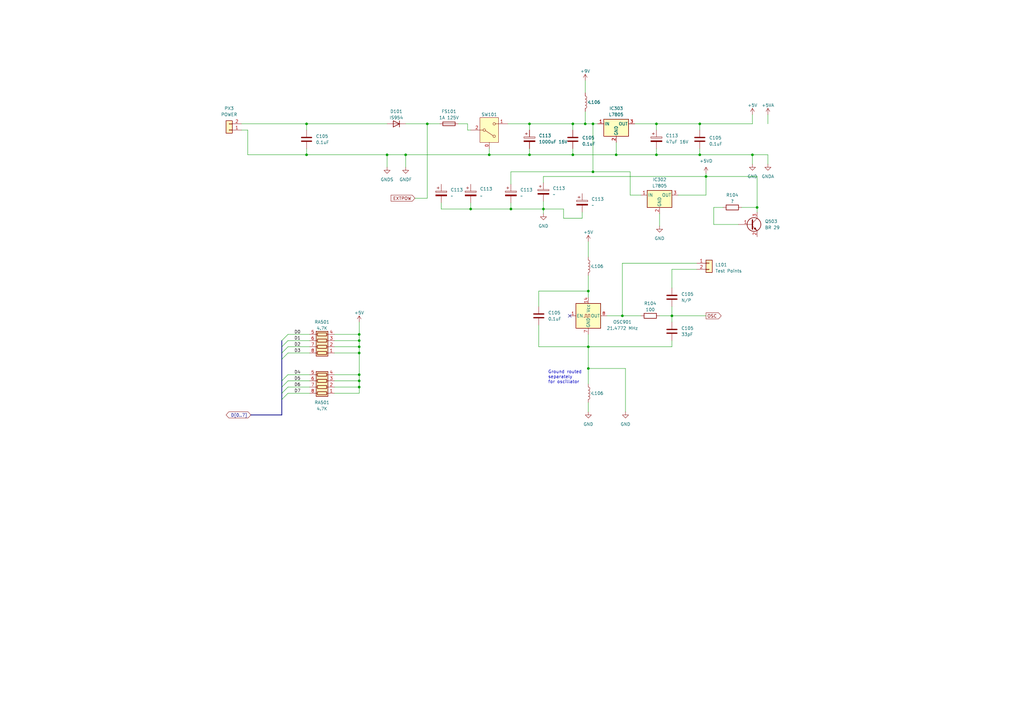
<source format=kicad_sch>
(kicad_sch (version 20230121) (generator eeschema)
  (paper "A3")
  (title_block (title "PC Engine Power, Oscillator and Misc.") (date "2023-08-17") (rev "1.0") (comment 1 "Differences reverse engineered from original PWD-623A board") (comment 2 "Adapted from existing TurboGrafx-16 schematics by Cosam"))
  (lib_symbols
    (symbol "Connector_Generic:Conn_01x02" (pin_names (offset 1.016) hide)
      (property "Reference" "J" (at 0 2.54 0))
      (property "Value" "Conn_01x02" (at 0 -5.08 0))
      (symbol "Conn_01x02_1_1"
        (rectangle (start -1.27 -2.413) (end 0 -2.667) (stroke (width 0.1524)))
        (rectangle (start -1.27 0.127) (end 0 -0.127) (stroke (width 0.1524)))
        (rectangle (start -1.27 1.27) (end 1.27 -3.81) (stroke (width 0.254)) (fill (type background)))
        (pin passive line (at -5.08 0 0) (length 3.81) (name "Pin_1") (number "1"))
        (pin passive line (at -5.08 -2.54 0) (length 3.81) (name "Pin_2") (number "2"))
      )
    )
    (symbol "Device:C" (pin_numbers hide) (pin_names (offset 0.254))
      (property "Reference" "C" (at 0.635 2.54 0))
      (property "Value" "C" (at 0.635 -2.54 0))
      (symbol "C_0_1"
        (polyline (pts (xy -2.032 -0.762) (xy 2.032 -0.762)) (stroke (width 0.508)))
        (polyline (pts (xy -2.032 0.762) (xy 2.032 0.762)) (stroke (width 0.508)))
      )
      (symbol "C_1_1"
        (pin passive line (at 0 3.81 270) (length 2.794) (name "~") (number "1"))
        (pin passive line (at 0 -3.81 90) (length 2.794) (name "~") (number "2"))
      )
    )
    (symbol "Device:C_Polarized" (pin_numbers hide) (pin_names (offset 0.254))
      (property "Reference" "C" (at 0.635 2.54 0))
      (property "Value" "C_Polarized" (at 0.635 -2.54 0))
      (symbol "C_Polarized_0_1"
        (rectangle (start -2.286 0.508) (end 2.286 1.016))
        (polyline (pts (xy -1.778 2.286) (xy -0.762 2.286)))
        (polyline (pts (xy -1.27 2.794) (xy -1.27 1.778)))
        (rectangle (start 2.286 -0.508) (end -2.286 -1.016) (fill (type outline)))
      )
      (symbol "C_Polarized_1_1"
        (pin passive line (at 0 3.81 270) (length 2.794) (name "~") (number "1"))
        (pin passive line (at 0 -3.81 90) (length 2.794) (name "~") (number "2"))
      )
    )
    (symbol "Device:D" (pin_numbers hide) (pin_names (offset 1.016) hide)
      (property "Reference" "D" (at 0 2.54 0))
      (property "Value" "D" (at 0 -2.54 0))
      (symbol "D_0_1"
        (polyline (pts (xy -1.27 1.27) (xy -1.27 -1.27)) (stroke (width 0.254)))
        (polyline (pts (xy 1.27 0) (xy -1.27 0)))
        (polyline (pts (xy 1.27 1.27) (xy 1.27 -1.27) (xy -1.27 0) (xy 1.27 1.27)) (stroke (width 0.254)))
      )
      (symbol "D_1_1"
        (pin passive line (at -3.81 0 0) (length 2.54) (name "K") (number "1"))
        (pin passive line (at 3.81 0 180) (length 2.54) (name "A") (number "2"))
      )
    )
    (symbol "Device:Fuse" (pin_numbers hide) (pin_names (offset 0))
      (property "Reference" "F" (at 2.032 0 90))
      (property "Value" "Fuse" (at -1.905 0 90))
      (symbol "Fuse_0_1"
        (rectangle (start -0.762 -2.54) (end 0.762 2.54) (stroke (width 0.254)))
        (polyline (pts (xy 0 2.54) (xy 0 -2.54)))
      )
      (symbol "Fuse_1_1"
        (pin passive line (at 0 3.81 270) (length 1.27) (name "~") (number "1"))
        (pin passive line (at 0 -3.81 90) (length 1.27) (name "~") (number "2"))
      )
    )
    (symbol "Device:L" (pin_numbers hide) (pin_names (offset 1.016) hide)
      (property "Reference" "L" (at -1.27 0 90))
      (property "Value" "L" (at 1.905 0 90))
      (symbol "L_0_1"
        (arc (start 0 -2.54) (mid 0.6323 -1.905) (end 0 -1.27))
        (arc (start 0 -1.27) (mid 0.6323 -0.635) (end 0 0))
        (arc (start 0 0) (mid 0.6323 0.635) (end 0 1.27))
        (arc (start 0 1.27) (mid 0.6323 1.905) (end 0 2.54))
      )
      (symbol "L_1_1"
        (pin passive line (at 0 3.81 270) (length 1.27) (name "1") (number "1"))
        (pin passive line (at 0 -3.81 90) (length 1.27) (name "2") (number "2"))
      )
    )
    (symbol "Device:Q_NPN_BEC" (pin_names (offset 0) hide)
      (property "Reference" "Q" (at 5.08 1.27 0))
      (property "Value" "Q_NPN_BEC" (at 5.08 -1.27 0))
      (symbol "Q_NPN_BEC_0_1"
        (polyline (pts (xy 0.635 0.635) (xy 2.54 2.54)))
        (polyline (pts (xy 0.635 -0.635) (xy 2.54 -2.54) (xy 2.54 -2.54)))
        (polyline (pts (xy 0.635 1.905) (xy 0.635 -1.905) (xy 0.635 -1.905)) (stroke (width 0.508)))
        (polyline (pts (xy 1.27 -1.778) (xy 1.778 -1.27) (xy 2.286 -2.286) (xy 1.27 -1.778) (xy 1.27 -1.778)) (fill (type outline)))
        (circle (center 1.27 0) (radius 2.8194) (stroke (width 0.254)))
      )
      (symbol "Q_NPN_BEC_1_1"
        (pin input line (at -5.08 0 0) (length 5.715) (name "B") (number "1"))
        (pin passive line (at 2.54 -5.08 90) (length 2.54) (name "E") (number "2"))
        (pin passive line (at 2.54 5.08 270) (length 2.54) (name "C") (number "3"))
      )
    )
    (symbol "Device:R" (pin_numbers hide) (pin_names (offset 0))
      (property "Reference" "R" (at 2.032 0 90))
      (property "Value" "R" (at 0 0 90))
      (symbol "R_0_1"
        (rectangle (start -1.016 -2.54) (end 1.016 2.54) (stroke (width 0.254)))
      )
      (symbol "R_1_1"
        (pin passive line (at 0 3.81 270) (length 1.27) (name "~") (number "1"))
        (pin passive line (at 0 -3.81 90) (length 1.27) (name "~") (number "2"))
      )
    )
    (symbol "Device:R_Pack04" (pin_names (offset 0) hide)
      (property "Reference" "RN" (at -7.62 0 90))
      (property "Value" "R_Pack04" (at 5.08 0 90))
      (symbol "R_Pack04_0_1"
        (rectangle (start -6.35 -2.413) (end 3.81 2.413) (stroke (width 0.254)) (fill (type background)))
        (rectangle (start -5.715 1.905) (end -4.445 -1.905) (stroke (width 0.254)))
        (rectangle (start -3.175 1.905) (end -1.905 -1.905) (stroke (width 0.254)))
        (rectangle (start -0.635 1.905) (end 0.635 -1.905) (stroke (width 0.254)))
        (polyline (pts (xy -5.08 -2.54) (xy -5.08 -1.905)))
        (polyline (pts (xy -5.08 1.905) (xy -5.08 2.54)))
        (polyline (pts (xy -2.54 -2.54) (xy -2.54 -1.905)))
        (polyline (pts (xy -2.54 1.905) (xy -2.54 2.54)))
        (polyline (pts (xy 0 -2.54) (xy 0 -1.905)))
        (polyline (pts (xy 0 1.905) (xy 0 2.54)))
        (polyline (pts (xy 2.54 -2.54) (xy 2.54 -1.905)))
        (polyline (pts (xy 2.54 1.905) (xy 2.54 2.54)))
        (rectangle (start 1.905 1.905) (end 3.175 -1.905) (stroke (width 0.254)))
      )
      (symbol "R_Pack04_1_1"
        (pin passive line (at -5.08 -5.08 90) (length 2.54) (name "R1.1") (number "1"))
        (pin passive line (at -2.54 -5.08 90) (length 2.54) (name "R2.1") (number "2"))
        (pin passive line (at 0 -5.08 90) (length 2.54) (name "R3.1") (number "3"))
        (pin passive line (at 2.54 -5.08 90) (length 2.54) (name "R4.1") (number "4"))
        (pin passive line (at 2.54 5.08 270) (length 2.54) (name "R4.2") (number "5"))
        (pin passive line (at 0 5.08 270) (length 2.54) (name "R3.2") (number "6"))
        (pin passive line (at -2.54 5.08 270) (length 2.54) (name "R2.2") (number "7"))
        (pin passive line (at -5.08 5.08 270) (length 2.54) (name "R1.2") (number "8"))
      )
    )
    (symbol "Oscillator:CXO_DIP14" (pin_names (offset 0.254))
      (property "Reference" "X" (at -5.08 6.35 0))
      (property "Value" "CXO_DIP14" (at 1.27 -6.35 0))
      (symbol "CXO_DIP14_0_1"
        (rectangle (start -5.08 5.08) (end 5.08 -5.08) (stroke (width 0.254)) (fill (type background)))
        (polyline (pts (xy -1.905 -0.635) (xy -1.27 -0.635) (xy -1.27 0.635) (xy -0.635 0.635) (xy -0.635 -0.635) (xy 0 -0.635) (xy 0 0.635) (xy 0.635 0.635) (xy 0.635 -0.635)))
      )
      (symbol "CXO_DIP14_1_1"
        (pin input line (at -7.62 0 0) (length 2.54) (name "EN") (number "1"))
        (pin power_in line (at 0 7.62 270) (length 2.54) (name "Vcc") (number "14"))
        (pin power_in line (at 0 -7.62 90) (length 2.54) (name "GND") (number "7"))
        (pin output line (at 7.62 0 180) (length 2.54) (name "OUT") (number "8"))
      )
    )
    (symbol "PC-Engine:GNDF" (power) (pin_names (offset 0))
      (property "Value" "GNDF" (at 0 -3.81 0))
      (symbol "GNDF_0_1"
        (polyline (pts (xy 0 0) (xy 0 -1.27) (xy 1.27 -1.27) (xy 0 -2.54) (xy -1.27 -1.27) (xy 0 -1.27)))
      )
      (symbol "GNDF_1_1"
        (pin power_in line (at 0 0 270) (length 0) hide (name "GNDF") (number "1"))
      )
    )
    (symbol "PC-Engine:SW_SPDT" (pin_names (offset 0) hide)
      (property "Reference" "SW" (at 0 6.35 0))
      (property "Value" "SW_SPDT" (at 8.89 -6.35 0))
      (symbol "SW_SPDT_0_0"
        (circle (center -2.032 0) (radius 0.508))
      )
      (symbol "SW_SPDT_0_1"
        (polyline (pts (xy -1.524 -0.254) (xy 1.524 -2.286)))
        (circle (center 2.032 2.54) (radius 0.508))
      )
      (symbol "SW_SPDT_1_0"
        (circle (center 2.032 -2.54) (radius 0.508) (fill (type background)))
      )
      (symbol "SW_SPDT_1_1"
        (rectangle (start -3.81 5.08) (end 3.81 -5.08) (fill (type background)))
        (pin passive line (at 0 -7.62 90) (length 2.54) (name "CASE") (number "0"))
        (pin passive line (at 7.62 2.54 180) (length 5.08) (name "A") (number "1"))
        (pin passive line (at -7.62 0 0) (length 5.08) (name "B") (number "2"))
      )
    )
    (symbol "Regulator_Linear:L7805" (pin_names (offset 0.254))
      (property "Reference" "U" (at -3.81 3.175 0))
      (property "Value" "L7805" (at 0 3.175 0))
      (symbol "L7805_0_1"
        (rectangle (start -5.08 1.905) (end 5.08 -5.08) (stroke (width 0.254)) (fill (type background)))
      )
      (symbol "L7805_1_1"
        (pin power_in line (at -7.62 0 0) (length 2.54) (name "IN") (number "1"))
        (pin power_in line (at 0 -7.62 90) (length 2.54) (name "GND") (number "2"))
        (pin power_out line (at 7.62 0 180) (length 2.54) (name "OUT") (number "3"))
      )
    )
    (symbol "power:+5V" (power) (pin_names (offset 0))
      (property "Value" "+5V" (at 0 3.556 0))
      (symbol "+5V_0_1"
        (polyline (pts (xy -0.762 1.27) (xy 0 2.54)))
        (polyline (pts (xy 0 0) (xy 0 2.54)))
        (polyline (pts (xy 0 2.54) (xy 0.762 1.27)))
      )
      (symbol "+5V_1_1"
        (pin power_in line (at 0 0 90) (length 0) hide (name "+5V") (number "1"))
      )
    )
    (symbol "power:+5VA" (power) (pin_names (offset 0))
      (property "Value" "+5VA" (at 0 3.556 0))
      (symbol "+5VA_0_1"
        (polyline (pts (xy -0.762 1.27) (xy 0 2.54)))
        (polyline (pts (xy 0 0) (xy 0 2.54)))
        (polyline (pts (xy 0 2.54) (xy 0.762 1.27)))
      )
      (symbol "+5VA_1_1"
        (pin power_in line (at 0 0 90) (length 0) hide (name "+5VA") (number "1"))
      )
    )
    (symbol "power:+5VD" (power) (pin_names (offset 0))
      (property "Value" "+5VD" (at 0 3.556 0))
      (symbol "+5VD_0_1"
        (polyline (pts (xy -0.762 1.27) (xy 0 2.54)))
        (polyline (pts (xy 0 0) (xy 0 2.54)))
        (polyline (pts (xy 0 2.54) (xy 0.762 1.27)))
      )
      (symbol "+5VD_1_1"
        (pin power_in line (at 0 0 90) (length 0) hide (name "+5VD") (number "1"))
      )
    )
    (symbol "power:+9V" (power) (pin_names (offset 0))
      (property "Value" "+9V" (at 0 3.556 0))
      (symbol "+9V_0_1"
        (polyline (pts (xy -0.762 1.27) (xy 0 2.54)))
        (polyline (pts (xy 0 0) (xy 0 2.54)))
        (polyline (pts (xy 0 2.54) (xy 0.762 1.27)))
      )
      (symbol "+9V_1_1"
        (pin power_in line (at 0 0 90) (length 0) hide (name "+9V") (number "1"))
      )
    )
    (symbol "power:GND" (power) (pin_names (offset 0))
      (property "Value" "GND" (at 0 -3.81 0))
      (symbol "GND_0_1"
        (polyline (pts (xy 0 0) (xy 0 -1.27) (xy 1.27 -1.27) (xy 0 -2.54) (xy -1.27 -1.27) (xy 0 -1.27)))
      )
      (symbol "GND_1_1"
        (pin power_in line (at 0 0 270) (length 0) hide (name "GND") (number "1"))
      )
    )
    (symbol "power:GNDA" (power) (pin_names (offset 0))
      (property "Value" "GNDA" (at 0 -3.81 0))
      (symbol "GNDA_0_1"
        (polyline (pts (xy 0 0) (xy 0 -1.27) (xy 1.27 -1.27) (xy 0 -2.54) (xy -1.27 -1.27) (xy 0 -1.27)))
      )
      (symbol "GNDA_1_1"
        (pin power_in line (at 0 0 270) (length 0) hide (name "GNDA") (number "1"))
      )
    )
    (symbol "power:GNDS" (power) (pin_names (offset 0))
      (property "Value" "GNDS" (at 0 -3.81 0))
      (symbol "GNDS_0_1"
        (polyline (pts (xy 0 0) (xy 0 -1.27) (xy 1.27 -1.27) (xy 0 -2.54) (xy -1.27 -1.27) (xy 0 -1.27)))
      )
      (symbol "GNDS_1_1"
        (pin power_in line (at 0 0 270) (length 0) hide (name "GNDS") (number "1"))
      )
    )
  )
  (junction (at 255.27 129.54))
  (junction (at 147.32 142.24))
  (junction (at 269.24 63.5))
  (junction (at 158.75 63.5))
  (junction (at 234.95 50.8))
  (junction (at 234.95 63.5))
  (junction (at 241.3 142.24))
  (junction (at 125.73 50.8))
  (junction (at 243.205 50.8))
  (junction (at 125.73 63.5))
  (junction (at 287.02 63.5))
  (junction (at 289.56 72.39))
  (junction (at 175.26 50.8))
  (junction (at 147.32 144.78))
  (junction (at 209.55 85.725))
  (junction (at 193.04 85.725))
  (junction (at 147.32 139.7))
  (junction (at 200.66 63.5))
  (junction (at 147.32 158.75))
  (junction (at 275.59 129.54))
  (junction (at 147.32 156.21))
  (junction (at 217.17 63.5))
  (junction (at 269.24 50.8))
  (junction (at 252.73 63.5))
  (junction (at 241.3 119.38))
  (junction (at 147.32 137.16))
  (junction (at 310.515 85.09))
  (junction (at 166.37 63.5))
  (junction (at 243.205 70.485))
  (junction (at 147.32 153.67))
  (junction (at 222.885 85.725))
  (junction (at 241.3 151.13))
  (junction (at 287.02 50.8))
  (junction (at 240.03 50.8))
  (junction (at 308.61 63.5))
  (junction (at 217.17 50.8))
  (no_connect (at 233.68 129.54))
  (bus_entry (at 118.11 158.75) (size -2.54 2.54))
  (bus_entry (at 118.11 161.29) (size -2.54 2.54))
  (bus_entry (at 118.11 142.24) (size -2.54 2.54))
  (bus_entry (at 118.11 137.16) (size -2.54 2.54))
  (bus_entry (at 118.11 153.67) (size -2.54 2.54))
  (bus_entry (at 118.11 156.21) (size -2.54 2.54))
  (bus_entry (at 118.11 139.7) (size -2.54 2.54))
  (bus_entry (at 118.11 144.78) (size -2.54 2.54))
  (wire (pts (xy 292.735 85.09) (xy 296.545 85.09)))
  (wire (pts (xy 240.03 50.8) (xy 243.205 50.8)))
  (wire (pts (xy 241.3 119.38) (xy 241.3 121.92)))
  (wire (pts (xy 166.37 63.5) (xy 166.37 68.58)))
  (wire (pts (xy 234.95 50.8) (xy 234.95 53.34)))
  (wire (pts (xy 147.32 156.21) (xy 147.32 158.75)))
  (wire (pts (xy 101.6 53.34) (xy 101.6 63.5)))
  (wire (pts (xy 137.16 142.24) (xy 147.32 142.24)))
  (wire (pts (xy 314.96 50.8) (xy 314.96 46.99)))
  (wire (pts (xy 147.32 137.16) (xy 147.32 139.7)))
  (wire (pts (xy 241.3 165.1) (xy 241.3 168.91)))
  (wire (pts (xy 222.885 85.725) (xy 222.885 82.55)))
  (wire (pts (xy 269.24 50.8) (xy 287.02 50.8)))
  (wire (pts (xy 275.59 110.49) (xy 275.59 118.11)))
  (wire (pts (xy 137.16 156.21) (xy 147.32 156.21)))
  (wire (pts (xy 209.55 70.485) (xy 243.205 70.485)))
  (wire (pts (xy 240.03 33.02) (xy 240.03 38.1)))
  (bus (pts (xy 115.57 161.29) (xy 115.57 163.83)))
  (wire (pts (xy 285.75 107.95) (xy 255.27 107.95)))
  (wire (pts (xy 248.92 129.54) (xy 255.27 129.54)))
  (wire (pts (xy 127 153.67) (xy 118.11 153.67)))
  (wire (pts (xy 241.3 151.13) (xy 241.3 157.48)))
  (wire (pts (xy 287.02 63.5) (xy 287.02 60.96)))
  (bus (pts (xy 115.57 156.21) (xy 115.57 158.75)))
  (wire (pts (xy 127 137.16) (xy 118.11 137.16)))
  (wire (pts (xy 180.975 85.725) (xy 193.04 85.725)))
  (wire (pts (xy 125.73 60.96) (xy 125.73 63.5)))
  (wire (pts (xy 209.55 85.725) (xy 222.885 85.725)))
  (wire (pts (xy 256.54 151.13) (xy 241.3 151.13)))
  (wire (pts (xy 209.55 75.565) (xy 209.55 70.485)))
  (wire (pts (xy 137.16 137.16) (xy 147.32 137.16)))
  (wire (pts (xy 125.73 63.5) (xy 158.75 63.5)))
  (wire (pts (xy 260.35 50.8) (xy 269.24 50.8)))
  (wire (pts (xy 99.06 53.34) (xy 101.6 53.34)))
  (wire (pts (xy 193.04 85.725) (xy 209.55 85.725)))
  (bus (pts (xy 102.87 170.18) (xy 115.57 170.18)))
  (wire (pts (xy 310.515 85.09) (xy 310.515 72.39)))
  (bus (pts (xy 115.57 142.24) (xy 115.57 144.78)))
  (wire (pts (xy 222.885 85.725) (xy 222.885 87.63)))
  (wire (pts (xy 125.73 50.8) (xy 158.75 50.8)))
  (wire (pts (xy 308.61 63.5) (xy 314.96 63.5)))
  (wire (pts (xy 222.885 72.39) (xy 222.885 74.93)))
  (wire (pts (xy 217.17 50.8) (xy 234.95 50.8)))
  (wire (pts (xy 220.98 119.38) (xy 220.98 125.73)))
  (wire (pts (xy 137.16 158.75) (xy 147.32 158.75)))
  (wire (pts (xy 220.98 142.24) (xy 241.3 142.24)))
  (wire (pts (xy 241.3 99.06) (xy 241.3 105.41)))
  (wire (pts (xy 158.75 63.5) (xy 158.75 68.58)))
  (wire (pts (xy 147.32 132.08) (xy 147.32 137.16)))
  (wire (pts (xy 287.02 50.8) (xy 287.02 53.34)))
  (wire (pts (xy 193.04 85.725) (xy 193.04 83.185)))
  (bus (pts (xy 115.57 158.75) (xy 115.57 161.29)))
  (wire (pts (xy 308.61 50.8) (xy 308.61 46.99)))
  (wire (pts (xy 191.77 53.34) (xy 193.04 53.34)))
  (wire (pts (xy 209.55 83.185) (xy 209.55 85.725)))
  (wire (pts (xy 241.3 142.24) (xy 241.3 151.13)))
  (wire (pts (xy 200.66 60.96) (xy 200.66 63.5)))
  (bus (pts (xy 115.57 163.83) (xy 115.57 170.18)))
  (wire (pts (xy 175.26 50.8) (xy 180.34 50.8)))
  (wire (pts (xy 137.16 161.29) (xy 147.32 161.29)))
  (wire (pts (xy 289.56 71.12) (xy 289.56 72.39)))
  (wire (pts (xy 270.51 129.54) (xy 275.59 129.54)))
  (wire (pts (xy 220.98 142.24) (xy 220.98 133.35)))
  (wire (pts (xy 166.37 50.8) (xy 175.26 50.8)))
  (wire (pts (xy 243.205 50.8) (xy 243.205 70.485)))
  (wire (pts (xy 158.75 63.5) (xy 166.37 63.5)))
  (wire (pts (xy 256.54 151.13) (xy 256.54 168.91)))
  (wire (pts (xy 191.77 53.34) (xy 191.77 50.8)))
  (wire (pts (xy 147.32 142.24) (xy 147.32 144.78)))
  (wire (pts (xy 118.11 161.29) (xy 127 161.29)))
  (wire (pts (xy 275.59 129.54) (xy 289.56 129.54)))
  (wire (pts (xy 231.14 89.535) (xy 238.76 89.535)))
  (wire (pts (xy 222.885 85.725) (xy 231.14 85.725)))
  (wire (pts (xy 275.59 129.54) (xy 275.59 132.08)))
  (bus (pts (xy 115.57 147.32) (xy 115.57 156.21)))
  (wire (pts (xy 252.73 63.5) (xy 252.73 58.42)))
  (wire (pts (xy 287.02 63.5) (xy 308.61 63.5)))
  (wire (pts (xy 234.95 50.8) (xy 240.03 50.8)))
  (wire (pts (xy 118.11 156.21) (xy 127 156.21)))
  (wire (pts (xy 137.16 153.67) (xy 147.32 153.67)))
  (wire (pts (xy 166.37 63.5) (xy 200.66 63.5)))
  (wire (pts (xy 125.73 50.8) (xy 125.73 53.34)))
  (wire (pts (xy 118.11 144.78) (xy 127 144.78)))
  (wire (pts (xy 208.28 50.8) (xy 217.17 50.8)))
  (wire (pts (xy 147.32 144.78) (xy 147.32 153.67)))
  (wire (pts (xy 289.56 72.39) (xy 222.885 72.39)))
  (wire (pts (xy 241.3 137.16) (xy 241.3 142.24)))
  (wire (pts (xy 217.17 50.8) (xy 217.17 53.34)))
  (wire (pts (xy 243.205 70.485) (xy 258.445 70.485)))
  (wire (pts (xy 270.51 87.63) (xy 270.51 92.71)))
  (wire (pts (xy 258.445 70.485) (xy 258.445 80.01)))
  (wire (pts (xy 118.11 158.75) (xy 127 158.75)))
  (wire (pts (xy 278.13 80.01) (xy 289.56 80.01)))
  (wire (pts (xy 252.73 63.5) (xy 269.24 63.5)))
  (wire (pts (xy 269.24 50.8) (xy 269.24 53.34)))
  (wire (pts (xy 241.3 119.38) (xy 220.98 119.38)))
  (wire (pts (xy 231.14 85.725) (xy 231.14 89.535)))
  (wire (pts (xy 200.66 63.5) (xy 217.17 63.5)))
  (wire (pts (xy 289.56 80.01) (xy 289.56 72.39)))
  (wire (pts (xy 175.26 81.28) (xy 170.18 81.28)))
  (wire (pts (xy 147.32 158.75) (xy 147.32 161.29)))
  (wire (pts (xy 118.11 142.24) (xy 127 142.24)))
  (wire (pts (xy 217.17 63.5) (xy 234.95 63.5)))
  (wire (pts (xy 175.26 50.8) (xy 175.26 81.28)))
  (wire (pts (xy 191.77 50.8) (xy 187.96 50.8)))
  (wire (pts (xy 234.95 63.5) (xy 252.73 63.5)))
  (wire (pts (xy 310.515 85.09) (xy 310.515 86.995)))
  (wire (pts (xy 99.06 50.8) (xy 125.73 50.8)))
  (wire (pts (xy 302.895 92.075) (xy 292.735 92.075)))
  (wire (pts (xy 240.03 45.72) (xy 240.03 50.8)))
  (wire (pts (xy 137.16 139.7) (xy 147.32 139.7)))
  (wire (pts (xy 238.76 89.535) (xy 238.76 86.995)))
  (wire (pts (xy 147.32 153.67) (xy 147.32 156.21)))
  (wire (pts (xy 269.24 63.5) (xy 269.24 60.96)))
  (wire (pts (xy 304.165 85.09) (xy 310.515 85.09)))
  (wire (pts (xy 275.59 139.7) (xy 275.59 142.24)))
  (wire (pts (xy 275.59 142.24) (xy 241.3 142.24)))
  (bus (pts (xy 115.57 139.7) (xy 115.57 142.24)))
  (wire (pts (xy 180.975 83.185) (xy 180.975 85.725)))
  (wire (pts (xy 147.32 139.7) (xy 147.32 142.24)))
  (wire (pts (xy 314.96 63.5) (xy 314.96 67.31)))
  (wire (pts (xy 118.11 139.7) (xy 127 139.7)))
  (wire (pts (xy 287.02 50.8) (xy 308.61 50.8)))
  (wire (pts (xy 275.59 125.73) (xy 275.59 129.54)))
  (bus (pts (xy 115.57 144.78) (xy 115.57 147.32)))
  (wire (pts (xy 234.95 63.5) (xy 234.95 60.96)))
  (wire (pts (xy 255.27 107.95) (xy 255.27 129.54)))
  (wire (pts (xy 285.75 110.49) (xy 275.59 110.49)))
  (wire (pts (xy 269.24 63.5) (xy 287.02 63.5)))
  (wire (pts (xy 243.205 50.8) (xy 245.11 50.8)))
  (wire (pts (xy 308.61 63.5) (xy 308.61 67.31)))
  (wire (pts (xy 258.445 80.01) (xy 262.89 80.01)))
  (wire (pts (xy 217.17 63.5) (xy 217.17 60.96)))
  (wire (pts (xy 101.6 63.5) (xy 125.73 63.5)))
  (wire (pts (xy 310.515 72.39) (xy 289.56 72.39)))
  (wire (pts (xy 292.735 92.075) (xy 292.735 85.09)))
  (wire (pts (xy 137.16 144.78) (xy 147.32 144.78)))
  (wire (pts (xy 241.3 113.03) (xy 241.3 119.38)))
  (wire (pts (xy 255.27 129.54) (xy 262.89 129.54)))
  (text "Ground routed\nseparately\nfor oscillator" (at 224.79 157.48 0) (effects (font (size 1.27 1.27)) (justify left bottom)))
  (label "D3" (at 120.65 144.78 0))
  (label "D6" (at 120.65 158.75 0))
  (label "D1" (at 120.65 139.7 0))
  (label "D2" (at 120.65 142.24 0))
  (label "D7" (at 120.65 161.29 0))
  (label "D4" (at 120.65 153.67 0))
  (label "D5" (at 120.65 156.21 0))
  (label "D0" (at 120.65 137.16 0))
  (global_label "D[0..7]" (shape bidirectional) (at 102.87 170.18 180) (property "Intersheetrefs" "${INTERSHEET_REFS}" (effects hide)))
  (global_label "OSC" (shape output) (at 289.56 129.54 0) (property "Intersheetrefs" "${INTERSHEET_REFS}" (effects hide)))
  (global_label "EXTPOW" (shape input) (at 170.18 81.28 180) (property "Intersheetrefs" "${INTERSHEET_REFS}" (effects hide)))
  (symbol (lib_id "power:GND") (at 256.54 168.91 0) (unit 1)
    (property "Reference" "#PWR013" (effects hide))
    (property "Value" "GND" (at 256.54 173.99 0))
    (instances (project "PCE" (path "" (reference "#PWR013") (unit 1)) (path "" (reference "#PWR027") (unit 1)) (path "" (reference "#PWR08") (unit 1))))
  )
  (symbol (lib_id "power:GND") (at 241.3 168.91 0) (unit 1)
    (property "Reference" "#PWR013" (effects hide))
    (property "Value" "GND" (at 241.3 173.99 0))
    (instances (project "PCE" (path "" (reference "#PWR013") (unit 1)) (path "" (reference "#PWR027") (unit 1)) (path "" (reference "#PWR048") (unit 1))))
  )
  (symbol (lib_id "Device:C") (at 287.02 57.15 0) (unit 1)
    (property "Reference" "C105" (at 290.83 56.515 0) (effects (justify left)))
    (property "Value" "0.1uF" (at 290.83 59.055 0) (effects (justify left)))
    (property "Footprint" "Capacitor_SMD:C_0805_2012Metric" (effects hide))
    (instances (project "PCE" (path "" (reference "C105") (unit 1)) (path "" (reference "C124") (unit 1)) (path "" (reference "C133") (unit 1)) (path "" (reference "C118") (unit 1))))
  )
  (symbol (lib_id "power:GND") (at 270.51 92.71 0) (unit 1)
    (property "Reference" "#PWR013" (effects hide))
    (property "Value" "GND" (at 270.51 97.79 0))
    (instances (project "PCE" (path "" (reference "#PWR013") (unit 1)) (path "" (reference "#PWR027") (unit 1)) (path "" (reference "#PWR095") (unit 1))))
  )
  (symbol (lib_id "power:GND") (at 308.61 67.31 0) (unit 1)
    (property "Reference" "#PWR013" (effects hide))
    (property "Value" "GND" (at 308.61 72.39 0))
    (instances (project "PCE" (path "" (reference "#PWR013") (unit 1)) (path "" (reference "#PWR027") (unit 1)) (path "" (reference "#PWR041") (unit 1))))
  )
  (symbol (lib_id "Device:C_Polarized") (at 222.885 78.74 0) (unit 1)
    (property "Reference" "C113" (at 226.695 77.216 0) (effects (justify left)))
    (property "Value" "~" (at 226.695 79.756 0) (effects (justify left)))
    (property "Footprint" "A-PCENGINE:Elec_P5.00mm" (effects hide))
    (instances (project "PCE" (path "" (reference "C113") (unit 1)) (path "" (reference "C310") (unit 1))))
  )
  (symbol (lib_id "Regulator_Linear:L7805") (at 252.73 50.8 0) (unit 1)
    (property "Reference" "IC303" (at 252.73 44.45 0))
    (property "Value" "L7805" (at 252.73 46.99 0))
    (property "Footprint" "Connector_PinHeader_2.54mm:PinHeader_1x03_P2.54mm_Vertical" (effects hide))
    (property "Datasheet" "http://www.st.com/content/ccc/resource/technical/document/datasheet/41/4f/b3/b0/12/d4/47/88/CD00000444.pdf/files/CD00000444.pdf/jcr:content/translations/en.CD00000444.pdf" (effects hide))
  )
  (symbol (lib_id "Device:C_Polarized") (at 217.17 57.15 0) (unit 1)
    (property "Reference" "C113" (at 220.98 55.626 0) (effects (justify left)))
    (property "Value" "1000uF 16V" (at 220.98 58.166 0) (effects (justify left)))
    (property "Footprint" "A-PCENGINE:Elec_P5.00mm" (effects hide))
    (instances (project "PCE" (path "" (reference "C113") (unit 1)) (path "" (reference "C301") (unit 1))))
  )
  (symbol (lib_id "power:+5V") (at 241.3 99.06 0) (unit 1)
    (property "Reference" "#PWR026" (effects hide))
    (property "Value" "+5V" (at 241.3 95.25 0))
    (instances (project "PCE" (path "" (reference "#PWR026") (unit 1)) (path "" (reference "#PWR047") (unit 1))))
  )
  (symbol (lib_id "Device:C") (at 275.59 135.89 0) (unit 1)
    (property "Reference" "C105" (at 279.4 134.62 0) (effects (justify left)))
    (property "Value" "33pF" (at 279.4 137.16 0) (effects (justify left)))
    (property "Footprint" "Capacitor_SMD:C_0805_2012Metric" (effects hide))
    (instances (project "PCE" (path "" (reference "C105") (unit 1)) (path "" (reference "C124") (unit 1)) (path "" (reference "C133") (unit 1)) (path "" (reference "C946") (unit 1))))
  )
  (symbol (lib_id "power:+5VD") (at 289.56 71.12 0) (unit 1)
    (property "Reference" "#PWR088" (effects hide))
    (property "Value" "+5VD" (at 289.56 66.04 0))
  )
  (symbol (lib_id "Device:C") (at 234.95 57.15 0) (unit 1)
    (property "Reference" "C105" (at 238.76 56.515 0) (effects (justify left)))
    (property "Value" "0.1uF" (at 238.76 59.055 0) (effects (justify left)))
    (property "Footprint" "Capacitor_SMD:C_0805_2012Metric" (effects hide))
    (instances (project "PCE" (path "" (reference "C105") (unit 1)) (path "" (reference "C124") (unit 1)) (path "" (reference "C133") (unit 1)) (path "" (reference "C147") (unit 1))))
  )
  (symbol (lib_id "power:GNDS") (at 158.75 68.58 0) (unit 1)
    (property "Reference" "#PWR044" (effects hide))
    (property "Value" "GNDS" (at 158.75 73.66 0))
  )
  (symbol (lib_id "Device:C_Polarized") (at 180.975 79.375 0) (unit 1)
    (property "Reference" "C113" (at 184.785 77.851 0) (effects (justify left)))
    (property "Value" "~" (at 184.785 80.391 0) (effects (justify left)))
    (property "Footprint" "A-PCENGINE:Elec_P5.00mm" (effects hide))
    (instances (project "PCE" (path "" (reference "C113") (unit 1)) (path "" (reference "C305") (unit 1))))
  )
  (symbol (lib_id "Oscillator:CXO_DIP14") (at 241.3 129.54 0) (unit 1)
    (property "Reference" "OSC901" (at 255.27 132.08 0))
    (property "Value" "21.4772 MHz" (at 255.27 134.62 0))
    (property "Footprint" "A-PCENGINE:Oscillator" (effects hide))
    (property "Datasheet" "http://cdn-reichelt.de/documents/datenblatt/B400/OSZI.pdf" (effects hide))
  )
  (symbol (lib_id "power:+5V") (at 147.32 132.08 0) (unit 1)
    (property "Reference" "#PWR026" (effects hide))
    (property "Value" "+5V" (at 147.32 128.27 0))
    (instances (project "PCE" (path "" (reference "#PWR026") (unit 1)) (path "" (reference "#PWR067") (unit 1))))
  )
  (symbol (lib_id "Device:C") (at 275.59 121.92 0) (unit 1)
    (property "Reference" "C105" (at 279.4 120.65 0) (effects (justify left)))
    (property "Value" "N/P" (at 279.4 123.19 0) (effects (justify left)))
    (property "Footprint" "Capacitor_SMD:C_0805_2012Metric" (effects hide))
    (instances (project "PCE" (path "" (reference "C105") (unit 1)) (path "" (reference "C124") (unit 1)) (path "" (reference "C133") (unit 1)) (path "" (reference "C943") (unit 1))))
  )
  (symbol (lib_id "Device:C_Polarized") (at 238.76 83.185 0) (unit 1)
    (property "Reference" "C113" (at 242.57 81.661 0) (effects (justify left)))
    (property "Value" "~" (at 242.57 84.201 0) (effects (justify left)))
    (property "Footprint" "A-PCENGINE:Elec_P5.00mm" (effects hide))
    (instances (project "PCE" (path "" (reference "C113") (unit 1)) (path "" (reference "C325") (unit 1))))
  )
  (symbol (lib_id "Connector_Generic:Conn_01x02") (at 290.83 107.95 0) (unit 1)
    (property "Reference" "L101" (at 293.37 108.585 0) (effects (justify left)))
    (property "Value" "Test Points" (at 293.37 111.125 0) (effects (justify left)))
    (property "Footprint" "A-PCENGINE:2xTest_Point" (effects hide))
  )
  (symbol (lib_id "Device:R") (at 300.355 85.09 270) (unit 1)
    (property "Reference" "R104" (at 300.355 80.01 90))
    (property "Value" "?" (at 300.355 82.55 90))
    (property "Footprint" "Resistor_SMD:R_0805_2012Metric" (effects hide))
    (instances (project "PCE" (path "" (reference "R104") (unit 1)) (path "" (reference "R113") (unit 1)) (path "" (reference "R309") (unit 1))))
  )
  (symbol (lib_id "Device:D") (at 162.56 50.8 180) (unit 1)
    (property "Reference" "D101" (at 162.56 45.72 0))
    (property "Value" "IS954" (at 162.56 48.26 0))
    (property "Footprint" "A-PCENGINE:Diode" (effects hide))
    (property "Sim.Device" "D" (effects hide))
    (property "Sim.Pins" "1=K 2=A" (effects hide))
    (instances (project "PCE" (path "" (reference "D101") (unit 1)) (path "" (reference "D102") (unit 1))))
  )
  (symbol (lib_id "Device:L") (at 241.3 161.29 0) (unit 1)
    (property "Reference" "L106" (at 245.11 161.29 0))
    (property "Value" "~" (at 242.57 161.29 90))
    (property "Footprint" "A-PCENGINE:L-5.00mm_Small_Silk" (effects hide))
    (instances (project "PCE" (path "" (reference "L106") (unit 1)) (path "" (reference "L105") (unit 1))))
  )
  (symbol (lib_id "Device:Fuse") (at 184.15 50.8 90) (unit 1)
    (property "Reference" "FS101" (at 184.15 45.72 90))
    (property "Value" "1A 125V" (at 184.15 48.26 90))
    (property "Footprint" "A-PCENGINE:Fuse" (effects hide))
  )
  (symbol (lib_id "Device:C") (at 125.73 57.15 0) (unit 1)
    (property "Reference" "C105" (at 129.54 55.88 0) (effects (justify left)))
    (property "Value" "0.1uF" (at 129.54 58.42 0) (effects (justify left)))
    (property "Footprint" "Capacitor_SMD:C_0805_2012Metric" (effects hide))
    (instances (project "PCE" (path "" (reference "C105") (unit 1)) (path "" (reference "C124") (unit 1)) (path "" (reference "C133") (unit 1)) (path "" (reference "C316") (unit 1))))
  )
  (symbol (lib_id "Device:C") (at 220.98 129.54 0) (unit 1)
    (property "Reference" "C105" (at 224.79 128.27 0) (effects (justify left)))
    (property "Value" "0.1uF" (at 224.79 130.81 0) (effects (justify left)))
    (property "Footprint" "Capacitor_SMD:C_0805_2012Metric" (effects hide))
    (instances (project "PCE" (path "" (reference "C105") (unit 1)) (path "" (reference "C124") (unit 1)) (path "" (reference "C133") (unit 1)) (path "" (reference "C942") (unit 1))))
  )
  (symbol (lib_id "Regulator_Linear:L7805") (at 270.51 80.01 0) (unit 1)
    (property "Reference" "IC302" (at 270.51 73.66 0))
    (property "Value" "L7805" (at 270.51 76.2 0))
    (property "Footprint" "Connector_PinHeader_2.54mm:PinHeader_1x03_P2.54mm_Vertical" (effects hide))
    (property "Datasheet" "http://www.st.com/content/ccc/resource/technical/document/datasheet/41/4f/b3/b0/12/d4/47/88/CD00000444.pdf/files/CD00000444.pdf/jcr:content/translations/en.CD00000444.pdf" (effects hide))
  )
  (symbol (lib_id "power:GND") (at 222.885 87.63 0) (unit 1)
    (property "Reference" "#PWR013" (effects hide))
    (property "Value" "GND" (at 222.885 92.71 0))
    (instances (project "PCE" (path "" (reference "#PWR013") (unit 1)) (path "" (reference "#PWR027") (unit 1)) (path "" (reference "#PWR046") (unit 1))))
  )
  (symbol (lib_id "Device:C_Polarized") (at 193.04 79.375 0) (unit 1)
    (property "Reference" "C113" (at 196.85 77.47 0) (effects (justify left)))
    (property "Value" "~" (at 196.85 80.391 0) (effects (justify left)))
    (property "Footprint" "A-PCENGINE:Elec_P5.00mm" (effects hide))
    (instances (project "PCE" (path "" (reference "C113") (unit 1)) (path "" (reference "C306") (unit 1))))
  )
  (symbol (lib_id "Device:R_Pack04") (at 132.08 139.7 90) (unit 1)
    (property "Reference" "RA501" (at 132.08 132.08 90))
    (property "Value" "4.7K" (at 132.08 134.62 90))
    (property "Footprint" "Resistor_SMD:R_Array_Concave_4x0603" (effects hide))
    (instances (project "PCE" (path "" (reference "RA501") (unit 1)) (path "" (reference "RA901") (unit 1))))
  )
  (symbol (lib_id "power:+9V") (at 240.03 33.02 0) (unit 1)
    (property "Reference" "#PWR030" (effects hide))
    (property "Value" "+9V" (at 240.03 29.21 0))
  )
  (symbol (lib_id "PC-Engine:GNDF") (at 166.37 68.58 0) (unit 1)
    (property "Reference" "#PWR043" (effects hide))
    (property "Value" "GNDF" (at 166.37 73.66 0))
  )
  (symbol (lib_id "Device:L") (at 240.03 41.91 0) (unit 1)
    (property "Reference" "L106" (at 243.84 41.91 0))
    (property "Value" "~" (at 241.3 41.91 90))
    (property "Footprint" "A-PCENGINE:L-5.00mm_Small_Silk" (effects hide))
    (instances (project "PCE" (path "" (reference "L106") (unit 1)) (path "" (reference "L1") (unit 1))))
  )
  (symbol (lib_id "Device:Q_NPN_BEC") (at 307.975 92.075 0) (unit 1)
    (property "Reference" "Q503" (at 313.69 90.805 0) (effects (justify left)))
    (property "Value" "BR 29" (at 313.69 93.345 0) (effects (justify left)))
    (property "Footprint" "Package_TO_SOT_SMD:SOT-23" (effects hide))
  )
  (symbol (lib_id "PC-Engine:SW_SPDT") (at 200.66 53.34 0) (unit 1)
    (property "Reference" "SW101" (at 200.66 46.99 0))
    (property "Value" "SW_SPDT" (effects hide))
    (property "Footprint" "A-PCENGINE:SW101" (effects hide))
  )
  (symbol (lib_id "power:GNDA") (at 314.96 67.31 0) (unit 1)
    (property "Reference" "#PWR033" (effects hide))
    (property "Value" "GNDA" (at 314.96 72.39 0))
    (instances (project "PCE" (path "" (reference "#PWR033") (unit 1)) (path "" (reference "#PWR042") (unit 1))))
  )
  (symbol (lib_id "Device:R") (at 266.7 129.54 270) (unit 1)
    (property "Reference" "R104" (at 266.7 124.46 90))
    (property "Value" "100" (at 266.7 127 90))
    (property "Footprint" "Resistor_SMD:R_0805_2012Metric" (effects hide))
    (instances (project "PCE" (path "" (reference "R104") (unit 1)) (path "" (reference "R113") (unit 1)) (path "" (reference "R913") (unit 1))))
  )
  (symbol (lib_id "Device:C_Polarized") (at 209.55 79.375 0) (unit 1)
    (property "Reference" "C113" (at 213.36 77.851 0) (effects (justify left)))
    (property "Value" "~" (at 213.36 80.391 0) (effects (justify left)))
    (property "Footprint" "A-PCENGINE:Elec_P5.00mm" (effects hide))
    (instances (project "PCE" (path "" (reference "C113") (unit 1)) (path "" (reference "C307") (unit 1))))
  )
  (symbol (lib_id "Device:R_Pack04") (at 132.08 156.21 90) (unit 1)
    (property "Reference" "RA501" (at 132.08 165.1 90))
    (property "Value" "4.7K" (at 132.08 167.64 90))
    (property "Footprint" "Resistor_SMD:R_Array_Concave_4x0603" (effects hide))
    (instances (project "PCE" (path "" (reference "RA501") (unit 1)) (path "" (reference "RA902") (unit 1))))
  )
  (symbol (lib_id "Connector_Generic:Conn_01x02") (at 93.98 53.34 180) (unit 1)
    (property "Reference" "PX3" (at 93.98 44.45 0))
    (property "Value" "POWER" (at 93.98 46.99 0))
    (property "Footprint" "Connector_PinHeader_2.00mm:PinHeader_1x02_P2.00mm_Vertical" (effects hide))
  )
  (symbol (lib_id "Device:L") (at 241.3 109.22 0) (unit 1)
    (property "Reference" "L106" (at 245.11 109.22 0))
    (property "Value" "~" (at 242.57 109.22 90))
    (property "Footprint" "A-PCENGINE:L-5.00mm_Small_Silk" (effects hide))
    (instances (project "PCE" (path "" (reference "L106") (unit 1)) (path "" (reference "L902") (unit 1))))
  )
  (symbol (lib_id "power:+5V") (at 308.61 46.99 0) (unit 1)
    (property "Reference" "#PWR026" (effects hide))
    (property "Value" "+5V" (at 308.61 43.18 0))
    (instances (project "PCE" (path "" (reference "#PWR026") (unit 1)) (path "" (reference "#PWR040") (unit 1))))
  )
  (symbol (lib_id "Device:C_Polarized") (at 269.24 57.15 0) (unit 1)
    (property "Reference" "C113" (at 273.05 55.626 0) (effects (justify left)))
    (property "Value" "47uF 16V" (at 273.05 58.166 0) (effects (justify left)))
    (property "Footprint" "A-PCENGINE:Elec_P5.00mm" (effects hide))
    (instances (project "PCE" (path "" (reference "C113") (unit 1)) (path "" (reference "C103") (unit 1))))
  )
  (symbol (lib_id "power:+5VA") (at 314.96 46.99 0) (unit 1)
    (property "Reference" "#PWR024" (effects hide))
    (property "Value" "+5VA" (at 314.96 43.18 0))
    (instances (project "PCE" (path "" (reference "#PWR024") (unit 1)) (path "" (reference "#PWR038") (unit 1))))
  )
)
</source>
